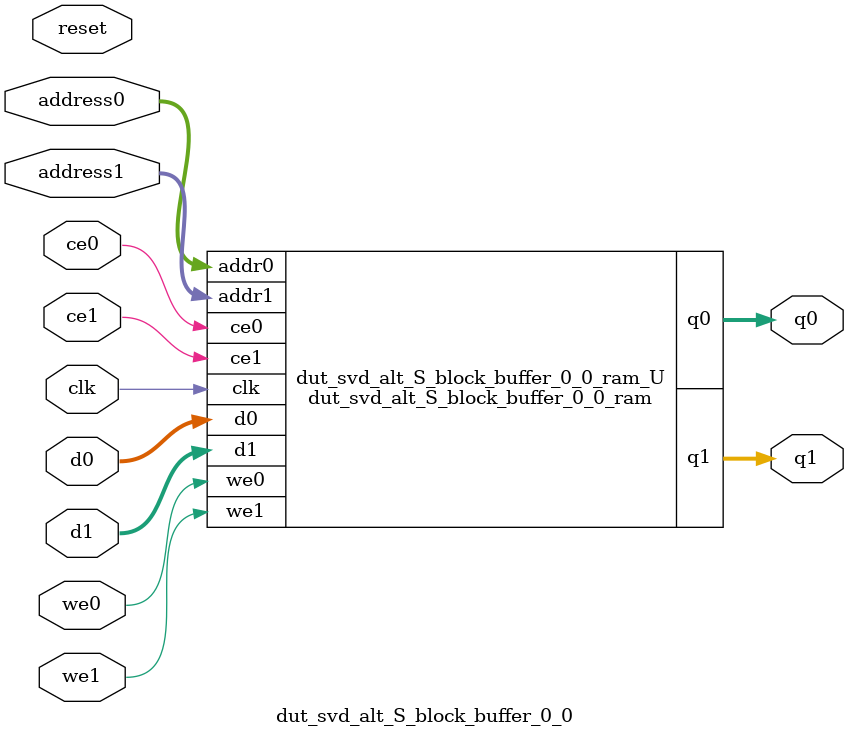
<source format=v>

`timescale 1 ns / 1 ps
module dut_svd_alt_S_block_buffer_0_0_ram (addr0, ce0, d0, we0, q0, addr1, ce1, d1, we1, q1,  clk);

parameter DWIDTH = 32;
parameter AWIDTH = 9;
parameter MEM_SIZE = 392;

input[AWIDTH-1:0] addr0;
input ce0;
input[DWIDTH-1:0] d0;
input we0;
output reg[DWIDTH-1:0] q0;
input[AWIDTH-1:0] addr1;
input ce1;
input[DWIDTH-1:0] d1;
input we1;
output reg[DWIDTH-1:0] q1;
input clk;

(* ram_style = "block" *)reg [DWIDTH-1:0] ram[MEM_SIZE-1:0];




always @(posedge clk)  
begin 
    if (ce0) 
    begin
        if (we0) 
        begin 
            ram[addr0] <= d0; 
            q0 <= d0;
        end 
        else 
            q0 <= ram[addr0];
    end
end


always @(posedge clk)  
begin 
    if (ce1) 
    begin
        if (we1) 
        begin 
            ram[addr1] <= d1; 
            q1 <= d1;
        end 
        else 
            q1 <= ram[addr1];
    end
end


endmodule


`timescale 1 ns / 1 ps
module dut_svd_alt_S_block_buffer_0_0(
    reset,
    clk,
    address0,
    ce0,
    we0,
    d0,
    q0,
    address1,
    ce1,
    we1,
    d1,
    q1);

parameter DataWidth = 32'd32;
parameter AddressRange = 32'd392;
parameter AddressWidth = 32'd9;
input reset;
input clk;
input[AddressWidth - 1:0] address0;
input ce0;
input we0;
input[DataWidth - 1:0] d0;
output[DataWidth - 1:0] q0;
input[AddressWidth - 1:0] address1;
input ce1;
input we1;
input[DataWidth - 1:0] d1;
output[DataWidth - 1:0] q1;



dut_svd_alt_S_block_buffer_0_0_ram dut_svd_alt_S_block_buffer_0_0_ram_U(
    .clk( clk ),
    .addr0( address0 ),
    .ce0( ce0 ),
    .d0( d0 ),
    .we0( we0 ),
    .q0( q0 ),
    .addr1( address1 ),
    .ce1( ce1 ),
    .d1( d1 ),
    .we1( we1 ),
    .q1( q1 ));

endmodule


</source>
